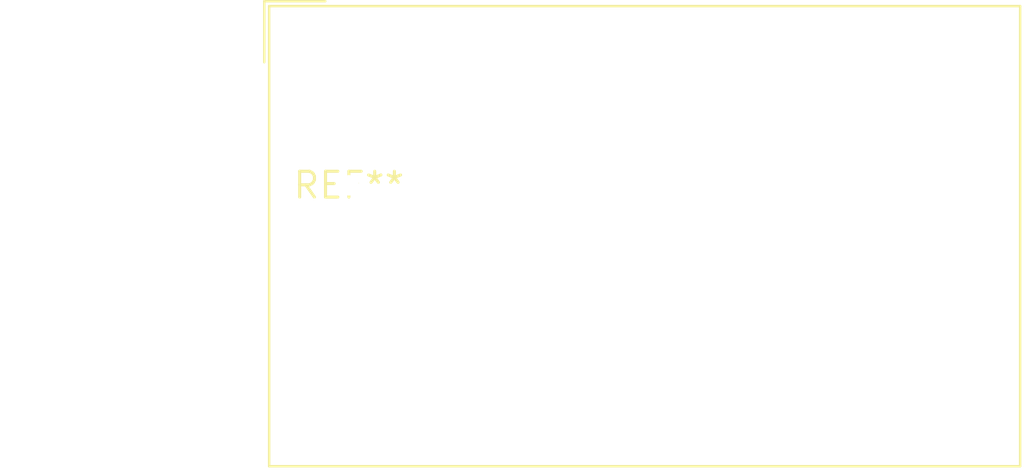
<source format=kicad_pcb>
(kicad_pcb (version 20240108) (generator pcbnew)
  (layers (0 "F.Cu" signal) (31 "B.Cu" signal) (34 "B.Paste" user) (35 "F.Paste" user) (36 "B.SilkS" user "B.Silkscreen") (37 "F.SilkS" user "F.Silkscreen") (38 "B.Mask" user) (39 "F.Mask" user) (44 "Edge.Cuts" user))
  (net 0 "")
  (footprint "Converter_ACDC_Hi-Link_HLK-PMxx" (layer "F.Cu") (at 0 0)
    (property "Reference" "REF**")
    (property "Value" "Converter_ACDC_Hi-Link_HLK-PMxx")
    (fp_line (start -4.16 -9.05) (end -1.16 -9.05) (layer "F.SilkS") (stroke (width 0.12)))
    (fp_line (start -4.16 -6.05) (end -4.16 -9.05) (layer "F.SilkS") (stroke (width 0.12)))
    (fp_line (start -3.92 -8.81) (end -3.92 13.81) (layer "F.SilkS") (stroke (width 0.12)))
    (fp_line (start -3.92 -8.81) (end 33 -8.81) (layer "F.SilkS") (stroke (width 0.12)))
    (fp_line (start -3.92 13.81) (end 33 13.81) (layer "F.SilkS") (stroke (width 0.12)))
    (fp_line (start 33 -8.81) (end 33 13.81) (layer "F.SilkS") (stroke (width 0.12)))
    (pad "1" thru_hole rect (at 0 0) (size 1.7 2) (drill 1) (layers *.Cu *.Mask) (remove_unused_layers))
    (pad "2" thru_hole oval (at 0 5) (size 1.7 2) (drill 1) (layers *.Cu *.Mask) (remove_unused_layers))
    (pad "3" thru_hole oval (at 29.08 -5) (size 1.7 2) (drill 1) (layers *.Cu *.Mask) (remove_unused_layers))
    (pad "4" thru_hole oval (at 29.08 10) (size 1.7 2) (drill 1) (layers *.Cu *.Mask) (remove_unused_layers))
  )
)
</source>
